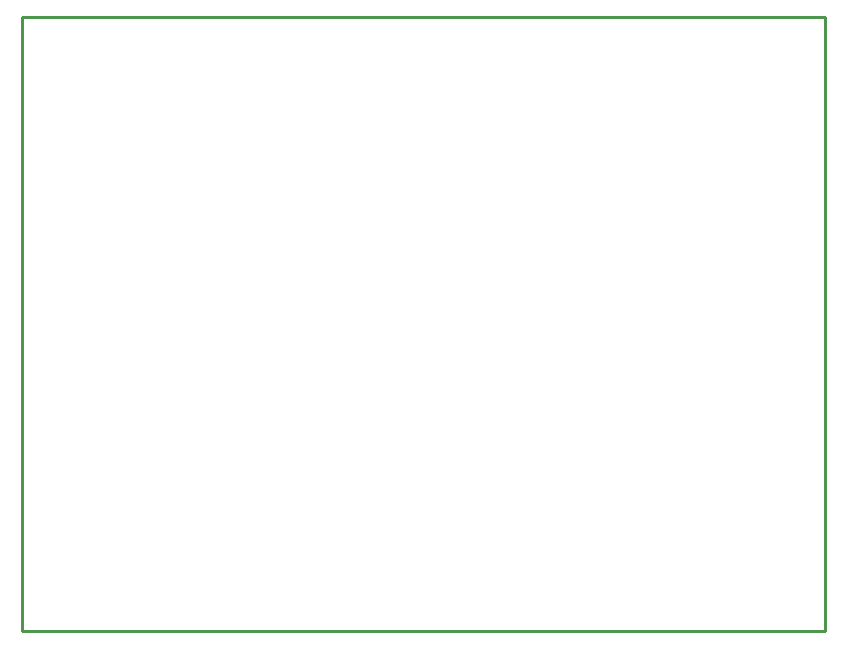
<source format=gko>
%FSLAX42Y42*%
%MOMM*%
G71*
G01*
G75*
%ADD10O,2.00X0.50*%
%ADD11O,0.50X2.00*%
%ADD12R,0.50X2.00*%
%ADD13R,0.80X0.95*%
%ADD14R,0.90X0.95*%
%ADD15R,0.95X0.90*%
%ADD16R,0.95X0.80*%
%ADD17O,2.00X0.60*%
%ADD18R,2.00X0.50*%
%ADD19R,0.91X0.91*%
%ADD20R,1.27X0.91*%
%ADD21R,1.50X1.25*%
%ADD22R,2.30X1.90*%
%ADD23C,0.50*%
%ADD24C,1.75*%
%ADD25R,1.75X1.75*%
%ADD26C,2.50*%
%ADD27C,1.50*%
%ADD28C,2.00*%
%ADD29R,2.00X2.00*%
%ADD30C,1.30*%
%ADD31R,1.30X1.30*%
%ADD32C,1.20*%
%ADD33C,0.45*%
%ADD34O,2.20X0.70*%
%ADD35O,0.70X2.20*%
%ADD36R,0.70X2.20*%
%ADD37R,1.00X1.15*%
%ADD38R,1.10X1.15*%
%ADD39R,1.15X1.10*%
%ADD40R,1.15X1.00*%
%ADD41O,2.20X0.80*%
%ADD42R,2.20X0.70*%
%ADD43R,1.12X1.12*%
%ADD44R,1.47X1.12*%
%ADD45R,1.70X1.45*%
%ADD46R,2.50X2.10*%
%ADD47C,1.95*%
%ADD48R,1.95X1.95*%
%ADD49C,2.70*%
%ADD50C,1.70*%
%ADD51C,2.20*%
%ADD52R,2.20X2.20*%
%ADD53C,1.50*%
%ADD54R,1.50X1.50*%
%ADD55C,1.40*%
%ADD56C,0.25*%
D56*
X1200Y-100D02*
Y5100D01*
X8003D01*
X1200Y-100D02*
X8000D01*
X8003Y5100D01*
M02*

</source>
